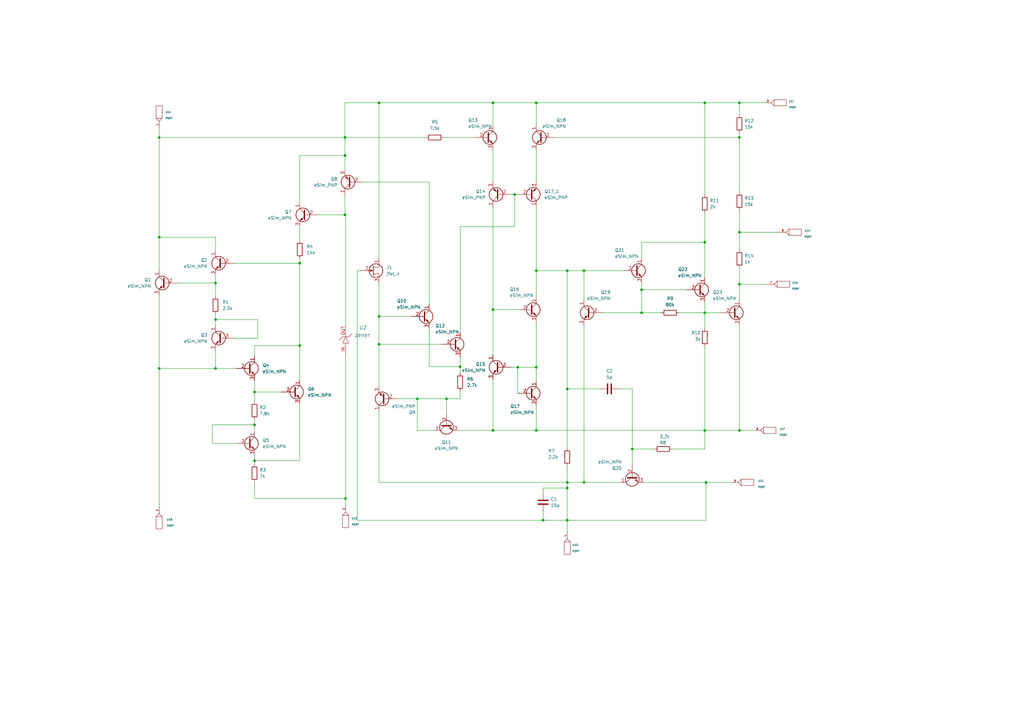
<source format=kicad_sch>
(kicad_sch (version 20211123) (generator eeschema)
  (paper "A3")
  (lib_symbols
    (symbol "eSim_Analog:zener" (pin_names (offset 1.016))
      (property "Reference" "U" (at -1.27 -2.54 0))
      (property "Value" "zener" (at 0 2.54 0))
      (symbol "zener_0_1"
        (polyline (pts (xy 2.54 -1.27) (xy 1.27 -2.54)))
        (polyline (pts (xy 2.54 1.27) (xy 2.54 -1.27)))
        (polyline (pts (xy 2.54 1.27) (xy 3.81 2.54)))
        (polyline (pts (xy 0 1.27) (xy 0 -1.27) (xy 2.54 0) (xy 0 1.27)))
      )
      (symbol "zener_1_1"
        (pin input line (at -5.08 0 0) (length 5.08) (name "~") (number "IN"))
        (pin output line (at 7.62 0 180) (length 5.08) (name "~") (number "OUT"))
      )
    )
    (symbol "eSim_Devices:capacitor" (pin_numbers hide) (pin_names (offset 0.254))
      (property "Reference" "C" (at 0.635 2.54 0))
      (property "Value" "capacitor" (at 0.635 -2.54 0))
      (symbol "capacitor_0_1"
        (polyline (pts (xy -2.032 -0.762) (xy 2.032 -0.762)) (stroke (width 0.508)))
        (polyline (pts (xy -2.032 0.762) (xy 2.032 0.762)) (stroke (width 0.508)))
      )
      (symbol "capacitor_1_1"
        (pin passive line (at 0 3.81 270) (length 2.794) (name "~") (number "1"))
        (pin passive line (at 0 -3.81 90) (length 2.794) (name "~") (number "2"))
      )
    )
    (symbol "eSim_Devices:eSim_NPN" (pin_names (offset 0) hide)
      (property "Reference" "Q" (at -2.54 1.27 0))
      (property "Value" "eSim_NPN" (at -1.27 3.81 0))
      (symbol "eSim_NPN_0_1"
        (polyline (pts (xy 0.635 0.635) (xy 2.54 2.54)))
        (polyline (pts (xy 0.635 -0.635) (xy 2.54 -2.54) (xy 2.54 -2.54)))
        (polyline (pts (xy 0.635 1.905) (xy 0.635 -1.905) (xy 0.635 -1.905)) (stroke (width 0.508)))
        (polyline (pts (xy 1.27 -1.778) (xy 1.778 -1.27) (xy 2.286 -2.286) (xy 1.27 -1.778) (xy 1.27 -1.778)) (fill (type outline)))
        (circle (center 1.27 0) (radius 2.8194) (stroke (width 0.254)))
      )
      (symbol "eSim_NPN_1_1"
        (pin passive line (at 2.54 5.08 270) (length 2.54) (name "C") (number "1"))
        (pin passive line (at -5.08 0 0) (length 5.715) (name "B") (number "2"))
        (pin passive line (at 2.54 -5.08 90) (length 2.54) (name "E") (number "3"))
      )
    )
    (symbol "eSim_Devices:eSim_PNP" (pin_names (offset 0) hide)
      (property "Reference" "Q" (at -2.54 1.27 0))
      (property "Value" "eSim_PNP" (at -1.27 3.81 0))
      (symbol "eSim_PNP_0_1"
        (polyline (pts (xy 0.635 0.635) (xy 2.54 2.54)))
        (polyline (pts (xy 0.635 -0.635) (xy 2.54 -2.54) (xy 2.54 -2.54)))
        (polyline (pts (xy 0.635 1.905) (xy 0.635 -1.905) (xy 0.635 -1.905)) (stroke (width 0.508)))
        (polyline (pts (xy 2.286 -1.778) (xy 1.778 -2.286) (xy 1.27 -1.27) (xy 2.286 -1.778) (xy 2.286 -1.778)) (fill (type outline)))
        (circle (center 1.27 0) (radius 2.8194) (stroke (width 0.254)))
      )
      (symbol "eSim_PNP_1_1"
        (pin passive line (at 2.54 5.08 270) (length 2.54) (name "C") (number "1"))
        (pin passive line (at -5.08 0 0) (length 5.715) (name "B") (number "2"))
        (pin passive line (at 2.54 -5.08 90) (length 2.54) (name "E") (number "3"))
      )
    )
    (symbol "eSim_Devices:jfet_n" (pin_names (offset 0) hide)
      (property "Reference" "J" (at -2.54 1.27 0))
      (property "Value" "jfet_n" (at -1.27 3.81 0))
      (symbol "jfet_n_0_1"
        (polyline (pts (xy 0.254 1.905) (xy 0.254 -1.905) (xy 0.254 -1.905)) (stroke (width 0.254)))
        (polyline (pts (xy 2.54 -2.54) (xy 2.54 -1.27) (xy 0.254 -1.27)))
        (polyline (pts (xy 2.54 2.54) (xy 2.54 1.397) (xy 0.254 1.397)))
        (polyline (pts (xy 0 0) (xy -1.016 0.381) (xy -1.016 -0.381) (xy 0 0)) (fill (type outline)))
        (circle (center 1.27 0) (radius 2.8194) (stroke (width 0.254)))
      )
      (symbol "jfet_n_1_1"
        (pin passive line (at 2.54 5.08 270) (length 2.54) (name "D") (number "1"))
        (pin passive line (at -5.08 0 0) (length 5.334) (name "G") (number "2"))
        (pin passive line (at 2.54 -5.08 90) (length 2.54) (name "S") (number "3"))
      )
    )
    (symbol "eSim_Devices:resistor" (pin_numbers hide) (pin_names (offset 0))
      (property "Reference" "R" (at 1.27 3.302 0))
      (property "Value" "resistor" (at 1.27 -1.27 0))
      (symbol "resistor_0_1"
        (rectangle (start 3.81 0.254) (end -1.27 2.286) (stroke (width 0.254)))
      )
      (symbol "resistor_1_1"
        (pin passive line (at -2.54 1.27 0) (length 1.27) (name "~") (number "1"))
        (pin passive line (at 5.08 1.27 180) (length 1.27) (name "~") (number "2"))
      )
    )
    (symbol "eSim_Miscellaneous:PORT" (pin_names (offset 1.016))
      (property "Reference" "U" (at 1.27 2.54 0))
      (property "Value" "PORT" (at 0 0 0))
      (symbol "PORT_0_1"
        (rectangle (start -2.54 1.27) (end 2.54 -1.27))
        (arc (start 2.54 1.27) (mid 3.1355 0.5955) (end 3.81 0))
        (arc (start 3.81 0) (mid 3.1447 -0.6046) (end 2.54 -1.27))
      )
      (symbol "PORT_1_1"
        (pin bidirectional line (at 6.35 0 180) (length 2.54) (name "~") (number "1"))
      )
      (symbol "PORT_2_1"
        (pin bidirectional line (at 6.35 0 180) (length 2.54) (name "~") (number "2"))
      )
      (symbol "PORT_3_1"
        (pin bidirectional line (at 6.35 0 180) (length 2.54) (name "~") (number "3"))
      )
      (symbol "PORT_4_1"
        (pin bidirectional line (at 6.35 0 180) (length 2.54) (name "~") (number "4"))
      )
      (symbol "PORT_5_1"
        (pin bidirectional line (at 6.35 0 180) (length 2.54) (name "~") (number "5"))
      )
      (symbol "PORT_6_1"
        (pin bidirectional line (at 6.35 0 180) (length 2.54) (name "~") (number "6"))
      )
      (symbol "PORT_7_1"
        (pin bidirectional line (at 6.35 0 180) (length 2.54) (name "~") (number "7"))
      )
      (symbol "PORT_8_1"
        (pin bidirectional line (at 6.35 0 180) (length 2.54) (name "~") (number "8"))
      )
      (symbol "PORT_9_1"
        (pin bidirectional line (at 6.35 0 180) (length 2.54) (name "~") (number "9"))
      )
      (symbol "PORT_10_1"
        (pin bidirectional line (at 6.35 0 180) (length 2.54) (name "~") (number "10"))
      )
      (symbol "PORT_11_1"
        (pin bidirectional line (at 6.35 0 180) (length 2.54) (name "~") (number "11"))
      )
      (symbol "PORT_12_1"
        (pin bidirectional line (at 6.35 0 180) (length 2.54) (name "~") (number "12"))
      )
      (symbol "PORT_13_1"
        (pin bidirectional line (at 6.35 0 180) (length 2.54) (name "~") (number "13"))
      )
      (symbol "PORT_14_1"
        (pin bidirectional line (at 6.35 0 180) (length 2.54) (name "~") (number "14"))
      )
      (symbol "PORT_15_1"
        (pin bidirectional line (at 6.35 0 180) (length 2.54) (name "~") (number "15"))
      )
      (symbol "PORT_16_1"
        (pin bidirectional line (at 6.35 0 180) (length 2.54) (name "~") (number "16"))
      )
      (symbol "PORT_17_1"
        (pin bidirectional line (at 6.35 0 180) (length 2.54) (name "~") (number "17"))
      )
      (symbol "PORT_18_1"
        (pin bidirectional line (at 6.35 0 180) (length 2.54) (name "~") (number "18"))
      )
      (symbol "PORT_19_1"
        (pin bidirectional line (at 6.35 0 180) (length 2.54) (name "~") (number "19"))
      )
      (symbol "PORT_20_1"
        (pin bidirectional line (at 6.35 0 180) (length 2.54) (name "~") (number "20"))
      )
      (symbol "PORT_21_1"
        (pin bidirectional line (at 6.35 0 180) (length 2.54) (name "~") (number "21"))
      )
      (symbol "PORT_22_1"
        (pin bidirectional line (at 6.35 0 180) (length 2.54) (name "~") (number "22"))
      )
      (symbol "PORT_23_1"
        (pin bidirectional line (at 6.35 0 180) (length 2.54) (name "~") (number "23"))
      )
      (symbol "PORT_24_1"
        (pin bidirectional line (at 6.35 0 180) (length 2.54) (name "~") (number "24"))
      )
      (symbol "PORT_25_1"
        (pin bidirectional line (at 6.35 0 180) (length 2.54) (name "~") (number "25"))
      )
      (symbol "PORT_26_1"
        (pin bidirectional line (at 6.35 0 180) (length 2.54) (name "~") (number "26"))
      )
    )
  )
  (junction (at 88.392 131.064))
  (junction (at 232.664 197.866))
  (junction (at 202.184 127))
  (junction (at 122.936 141.732))
  (junction (at 289.052 128.27))
  (junction (at 303.276 116.586))
  (junction (at 202.184 176.53))
  (junction (at 259.334 184.15))
  (junction (at 188.722 150.368))
  (junction (at 141.478 63.754))
  (junction (at 141.732 204.47))
  (junction (at 289.56 197.866))
  (junction (at 65.278 56.388))
  (junction (at 303.276 95.25))
  (junction (at 219.964 110.998))
  (junction (at 289.052 99.314))
  (junction (at 122.936 107.95))
  (junction (at 289.052 42.164))
  (junction (at 263.144 118.872))
  (junction (at 219.964 176.53))
  (junction (at 219.964 150.622))
  (junction (at 303.276 56.388))
  (junction (at 212.344 150.622))
  (junction (at 303.276 42.164))
  (junction (at 141.478 88.138))
  (junction (at 104.394 174.244))
  (junction (at 171.196 163.576))
  (junction (at 219.964 42.164))
  (junction (at 65.278 151.13))
  (junction (at 65.278 97.282))
  (junction (at 104.394 188.976))
  (junction (at 155.448 129.794))
  (junction (at 232.664 110.998))
  (junction (at 183.134 163.576))
  (junction (at 222.758 213.36))
  (junction (at 303.276 176.53))
  (junction (at 88.392 151.13))
  (junction (at 155.448 141.224))
  (junction (at 239.522 197.866))
  (junction (at 232.664 213.36))
  (junction (at 211.074 79.756))
  (junction (at 104.394 160.782))
  (junction (at 202.184 42.164))
  (junction (at 289.052 176.53))
  (junction (at 141.478 56.388))
  (junction (at 232.664 200.152))
  (junction (at 239.522 110.998))
  (junction (at 232.664 159.512))
  (junction (at 263.144 128.27))
  (junction (at 155.448 42.164))
  (junction (at 88.392 116.078))
  (wire (pts (xy 232.664 159.512) (xy 246.126 159.512)))
  (wire (pts (xy 104.394 204.47) (xy 141.732 204.47)))
  (wire (pts (xy 188.214 176.53) (xy 202.184 176.53)))
  (wire (pts (xy 87.122 174.244) (xy 104.394 174.244)))
  (wire (pts (xy 227.584 56.388) (xy 303.276 56.388)))
  (wire (pts (xy 212.344 150.622) (xy 219.964 150.622)))
  (wire (pts (xy 303.276 56.388) (xy 303.276 78.74)))
  (wire (pts (xy 141.478 56.388) (xy 141.478 42.164)))
  (wire (pts (xy 232.664 197.866) (xy 232.664 200.152)))
  (wire (pts (xy 313.69 42.164) (xy 303.276 42.164)))
  (wire (pts (xy 146.558 110.998) (xy 146.558 213.36)))
  (wire (pts (xy 88.392 143.764) (xy 88.392 151.13)))
  (wire (pts (xy 171.196 163.576) (xy 183.134 163.576)))
  (wire (pts (xy 212.344 161.29) (xy 212.344 150.622)))
  (wire (pts (xy 264.414 197.866) (xy 289.56 197.866)))
  (wire (pts (xy 263.144 128.27) (xy 247.142 128.27)))
  (wire (pts (xy 211.074 92.964) (xy 188.722 92.964)))
  (wire (pts (xy 141.478 79.756) (xy 141.478 88.138)))
  (wire (pts (xy 232.664 197.866) (xy 239.522 197.866)))
  (wire (pts (xy 239.522 197.866) (xy 254.254 197.866)))
  (wire (pts (xy 141.732 145.796) (xy 141.732 204.47)))
  (wire (pts (xy 289.052 123.952) (xy 289.052 128.27)))
  (wire (pts (xy 209.804 150.622) (xy 212.344 150.622)))
  (wire (pts (xy 65.278 151.13) (xy 65.278 208.026)))
  (wire (pts (xy 263.144 118.872) (xy 281.432 118.872)))
  (wire (pts (xy 222.758 202.184) (xy 222.758 200.152)))
  (wire (pts (xy 303.276 86.36) (xy 303.276 95.25)))
  (wire (pts (xy 289.052 142.24) (xy 289.052 176.53)))
  (wire (pts (xy 303.276 42.164) (xy 303.276 46.99)))
  (wire (pts (xy 176.022 134.874) (xy 176.022 150.368)))
  (wire (pts (xy 155.448 42.164) (xy 155.448 105.918)))
  (wire (pts (xy 104.394 141.732) (xy 122.936 141.732)))
  (wire (pts (xy 130.556 88.138) (xy 141.478 88.138)))
  (wire (pts (xy 176.022 124.714) (xy 176.022 74.676)))
  (wire (pts (xy 289.052 128.27) (xy 278.638 128.27)))
  (wire (pts (xy 65.278 97.282) (xy 65.278 110.998)))
  (wire (pts (xy 263.144 116.078) (xy 263.144 118.872)))
  (wire (pts (xy 232.664 213.36) (xy 232.664 218.44)))
  (wire (pts (xy 65.278 121.158) (xy 65.278 151.13)))
  (wire (pts (xy 202.184 127) (xy 202.184 145.542)))
  (wire (pts (xy 219.964 84.836) (xy 219.964 110.998)))
  (wire (pts (xy 141.732 207.518) (xy 141.732 204.47)))
  (wire (pts (xy 122.936 63.754) (xy 141.478 63.754)))
  (wire (pts (xy 303.276 109.982) (xy 303.276 116.586)))
  (wire (pts (xy 104.394 172.212) (xy 104.394 174.244)))
  (wire (pts (xy 104.394 146.05) (xy 104.394 141.732)))
  (wire (pts (xy 104.394 160.782) (xy 104.394 164.592)))
  (wire (pts (xy 239.522 110.998) (xy 239.522 123.19)))
  (wire (pts (xy 289.052 176.53) (xy 289.052 184.15)))
  (wire (pts (xy 168.402 129.794) (xy 155.448 129.794)))
  (wire (pts (xy 122.936 165.862) (xy 122.936 188.976)))
  (wire (pts (xy 141.478 42.164) (xy 155.448 42.164)))
  (wire (pts (xy 289.052 176.53) (xy 303.276 176.53)))
  (wire (pts (xy 178.054 176.53) (xy 171.196 176.53)))
  (wire (pts (xy 183.134 168.91) (xy 183.134 163.576)))
  (wire (pts (xy 232.664 159.512) (xy 232.664 183.642)))
  (wire (pts (xy 219.964 110.998) (xy 219.964 121.92)))
  (wire (pts (xy 88.392 129.032) (xy 88.392 131.064)))
  (wire (pts (xy 303.276 95.25) (xy 319.786 95.25)))
  (wire (pts (xy 259.334 184.15) (xy 259.334 190.246)))
  (wire (pts (xy 141.478 63.754) (xy 141.478 56.388)))
  (wire (pts (xy 105.664 138.684) (xy 105.664 131.064)))
  (wire (pts (xy 202.184 42.164) (xy 219.964 42.164)))
  (wire (pts (xy 188.722 160.528) (xy 188.722 163.576)))
  (wire (pts (xy 219.964 74.676) (xy 219.964 61.468)))
  (wire (pts (xy 104.394 186.944) (xy 104.394 188.976)))
  (wire (pts (xy 141.478 56.388) (xy 174.498 56.388)))
  (wire (pts (xy 232.664 110.998) (xy 219.964 110.998)))
  (wire (pts (xy 303.276 176.53) (xy 309.372 176.53)))
  (wire (pts (xy 147.828 110.998) (xy 146.558 110.998)))
  (wire (pts (xy 155.448 129.794) (xy 155.448 141.224)))
  (wire (pts (xy 188.722 150.368) (xy 188.722 152.908)))
  (wire (pts (xy 263.144 105.918) (xy 263.144 99.314)))
  (wire (pts (xy 303.276 116.586) (xy 303.276 123.19)))
  (wire (pts (xy 219.964 132.08) (xy 219.964 150.622)))
  (wire (pts (xy 211.074 79.756) (xy 211.074 92.964)))
  (wire (pts (xy 232.664 191.262) (xy 232.664 197.866)))
  (wire (pts (xy 232.664 110.998) (xy 239.522 110.998)))
  (wire (pts (xy 202.184 176.53) (xy 219.964 176.53)))
  (wire (pts (xy 219.964 150.622) (xy 219.964 156.21)))
  (wire (pts (xy 149.098 74.676) (xy 176.022 74.676)))
  (wire (pts (xy 88.392 102.87) (xy 88.392 97.282)))
  (wire (pts (xy 65.278 52.324) (xy 65.278 56.388)))
  (wire (pts (xy 88.392 116.078) (xy 88.392 121.412)))
  (wire (pts (xy 232.664 200.152) (xy 232.664 213.36)))
  (wire (pts (xy 211.074 79.756) (xy 212.344 79.756)))
  (wire (pts (xy 155.448 141.224) (xy 181.102 141.224)))
  (wire (pts (xy 96.774 181.864) (xy 87.122 181.864)))
  (wire (pts (xy 141.732 88.138) (xy 141.478 88.138)))
  (wire (pts (xy 88.392 97.282) (xy 65.278 97.282)))
  (wire (pts (xy 303.276 54.61) (xy 303.276 56.388)))
  (wire (pts (xy 219.964 166.37) (xy 219.964 176.53)))
  (wire (pts (xy 188.722 92.964) (xy 188.722 136.144)))
  (wire (pts (xy 263.144 128.27) (xy 271.018 128.27)))
  (wire (pts (xy 275.844 184.15) (xy 289.052 184.15)))
  (wire (pts (xy 122.936 188.976) (xy 104.394 188.976)))
  (wire (pts (xy 303.276 133.35) (xy 303.276 176.53)))
  (wire (pts (xy 232.664 213.36) (xy 289.56 213.36)))
  (wire (pts (xy 263.144 118.872) (xy 263.144 128.27)))
  (wire (pts (xy 232.664 110.998) (xy 232.664 159.512)))
  (wire (pts (xy 171.196 176.53) (xy 171.196 163.576)))
  (wire (pts (xy 155.448 116.078) (xy 155.448 129.794)))
  (wire (pts (xy 104.394 156.21) (xy 104.394 160.782)))
  (wire (pts (xy 96.012 107.95) (xy 122.936 107.95)))
  (wire (pts (xy 155.448 168.656) (xy 155.448 197.866)))
  (wire (pts (xy 289.052 42.164) (xy 289.052 79.756)))
  (wire (pts (xy 289.052 87.376) (xy 289.052 99.314)))
  (wire (pts (xy 202.184 127) (xy 212.344 127)))
  (wire (pts (xy 88.392 131.064) (xy 88.392 133.604)))
  (wire (pts (xy 65.278 56.388) (xy 65.278 97.282)))
  (wire (pts (xy 219.964 51.308) (xy 219.964 42.164)))
  (wire (pts (xy 289.052 99.314) (xy 289.052 113.792)))
  (wire (pts (xy 239.522 110.998) (xy 255.524 110.998)))
  (wire (pts (xy 122.936 93.218) (xy 122.936 98.552)))
  (wire (pts (xy 104.394 174.244) (xy 104.394 176.784)))
  (wire (pts (xy 219.964 42.164) (xy 289.052 42.164)))
  (wire (pts (xy 141.732 133.096) (xy 141.732 88.138)))
  (wire (pts (xy 155.448 141.224) (xy 155.448 158.496)))
  (wire (pts (xy 155.448 42.164) (xy 202.184 42.164)))
  (wire (pts (xy 163.068 163.576) (xy 171.196 163.576)))
  (wire (pts (xy 263.144 99.314) (xy 289.052 99.314)))
  (wire (pts (xy 222.758 209.804) (xy 222.758 213.36)))
  (wire (pts (xy 289.56 197.866) (xy 300.228 197.866)))
  (wire (pts (xy 239.522 133.35) (xy 239.522 197.866)))
  (wire (pts (xy 141.478 63.754) (xy 141.478 69.596)))
  (wire (pts (xy 122.936 107.95) (xy 122.936 141.732)))
  (wire (pts (xy 259.334 159.512) (xy 259.334 184.15)))
  (wire (pts (xy 141.478 56.388) (xy 65.278 56.388)))
  (wire (pts (xy 289.052 134.62) (xy 289.052 128.27)))
  (wire (pts (xy 202.184 51.308) (xy 202.184 42.164)))
  (wire (pts (xy 105.664 131.064) (xy 88.392 131.064)))
  (wire (pts (xy 104.394 197.866) (xy 104.394 204.47)))
  (wire (pts (xy 96.012 138.684) (xy 105.664 138.684)))
  (wire (pts (xy 188.722 146.304) (xy 188.722 150.368)))
  (wire (pts (xy 104.394 188.976) (xy 104.394 190.246)))
  (wire (pts (xy 104.394 160.782) (xy 115.316 160.782)))
  (wire (pts (xy 146.558 213.36) (xy 222.758 213.36)))
  (wire (pts (xy 72.898 116.078) (xy 88.392 116.078)))
  (wire (pts (xy 182.118 56.388) (xy 194.564 56.388)))
  (wire (pts (xy 176.022 150.368) (xy 188.722 150.368)))
  (wire (pts (xy 183.134 163.576) (xy 188.722 163.576)))
  (wire (pts (xy 122.936 83.058) (xy 122.936 63.754)))
  (wire (pts (xy 87.122 181.864) (xy 87.122 174.244)))
  (wire (pts (xy 209.804 79.756) (xy 211.074 79.756)))
  (wire (pts (xy 202.184 84.836) (xy 202.184 127)))
  (wire (pts (xy 219.964 176.53) (xy 289.052 176.53)))
  (wire (pts (xy 303.276 116.586) (xy 314.96 116.586)))
  (wire (pts (xy 259.334 184.15) (xy 268.224 184.15)))
  (wire (pts (xy 122.936 106.172) (xy 122.936 107.95)))
  (wire (pts (xy 289.56 213.36) (xy 289.56 197.866)))
  (wire (pts (xy 232.664 197.866) (xy 155.448 197.866)))
  (wire (pts (xy 289.052 42.164) (xy 303.276 42.164)))
  (wire (pts (xy 303.276 95.25) (xy 303.276 102.362)))
  (wire (pts (xy 88.392 113.03) (xy 88.392 116.078)))
  (wire (pts (xy 222.758 200.152) (xy 232.664 200.152)))
  (wire (pts (xy 289.052 128.27) (xy 295.656 128.27)))
  (wire (pts (xy 222.758 213.36) (xy 232.664 213.36)))
  (wire (pts (xy 202.184 61.468) (xy 202.184 74.676)))
  (wire (pts (xy 202.184 155.702) (xy 202.184 176.53)))
  (wire (pts (xy 88.392 151.13) (xy 65.278 151.13)))
  (wire (pts (xy 122.936 141.732) (xy 122.936 155.702)))
  (wire (pts (xy 88.392 151.13) (xy 96.774 151.13)))
  (wire (pts (xy 253.746 159.512) (xy 259.334 159.512)))
  (symbol (lib_id "eSim_Miscellaneous:PORT") (at 321.31 116.586 180) (unit 7)
    (property "Reference" "U1" (at 324.866 115.951 0) (effects (font (size 0.762 0.762)) (justify right)))
    (property "Value" "PORT" (at 324.866 118.491 0) (effects (font (size 0.762 0.762)) (justify right)))
  )
  (symbol (lib_id "eSim_Devices:jfet_n") (at 152.908 110.998 0) (unit 1)
    (property "Reference" "J1" (at 158.496 109.7279 0) (effects (justify left)))
    (property "Value" "jfet_n" (at 158.496 112.2679 0) (effects (justify left)))
  )
  (symbol (lib_id "eSim_Devices:eSim_NPN") (at 199.644 56.388 0) (unit 1)
    (property "Reference" "Q13" (at 192.024 49.276 0) (effects (justify left)))
    (property "Value" "eSim_NPN" (at 192.024 51.816 0) (effects (justify left)))
  )
  (symbol (lib_id "eSim_Devices:eSim_NPN") (at 67.818 116.078 0) (mirror y) (unit 1)
    (property "Reference" "Q1" (at 61.976 114.8079 0) (effects (justify left)))
    (property "Value" "eSim_NPN" (at 61.976 117.3479 0) (effects (justify left)))
  )
  (symbol (lib_id "eSim_Devices:eSim_NPN") (at 222.504 56.388 0) (mirror y) (unit 1)
    (property "Reference" "Q18" (at 232.156 49.276 0) (effects (justify left)))
    (property "Value" "eSim_NPN" (at 232.156 51.816 0) (effects (justify left)))
  )
  (symbol (lib_id "eSim_Devices:resistor") (at 189.992 157.988 90) (unit 1)
    (property "Reference" "R6" (at 191.516 155.4479 90) (effects (justify right)))
    (property "Value" "2.7k" (at 191.516 157.9879 90) (effects (justify right)))
  )
  (symbol (lib_id "eSim_Devices:eSim_NPN") (at 260.604 110.998 0) (unit 1)
    (property "Reference" "Q21" (at 252.222 102.616 0) (effects (justify left)))
    (property "Value" "eSim_NPN" (at 252.222 105.156 0) (effects (justify left)))
  )
  (symbol (lib_id "eSim_Devices:eSim_NPN") (at 186.182 141.224 0) (unit 1)
    (property "Reference" "Q12" (at 178.562 133.604 0) (effects (justify left)))
    (property "Value" "eSim_NPN" (at 178.562 136.144 0) (effects (justify left)))
  )
  (symbol (lib_id "eSim_Devices:eSim_NPN") (at 204.724 150.622 0) (mirror y) (unit 1)
    (property "Reference" "Q15" (at 199.136 149.3519 0) (effects (justify left)))
    (property "Value" "eSim_NPN" (at 199.136 151.8919 0) (effects (justify left)))
  )
  (symbol (lib_id "eSim_Devices:eSim_NPN") (at 120.396 160.782 0) (unit 1)
    (property "Reference" "Q6" (at 126.238 159.5119 0) (effects (justify left)))
    (property "Value" "eSim_NPN" (at 126.238 162.0519 0) (effects (justify left)))
  )
  (symbol (lib_id "eSim_Miscellaneous:PORT") (at 232.664 224.79 90) (unit 4)
    (property "Reference" "U1" (at 234.696 223.52 90) (effects (font (size 0.762 0.762)) (justify right)))
    (property "Value" "PORT" (at 234.696 226.06 90) (effects (font (size 0.762 0.762)) (justify right)))
  )
  (symbol (lib_id "eSim_Devices:resistor") (at 273.304 182.88 180) (unit 1)
    (property "Reference" "R8" (at 270.51 181.61 0) (effects (justify right)))
    (property "Value" "2.2k" (at 270.51 179.07 0) (effects (justify right)))
  )
  (symbol (lib_id "eSim_Devices:resistor") (at 287.782 137.16 270) (unit 1)
    (property "Reference" "R10" (at 287.401 136.525 90) (effects (justify right)))
    (property "Value" "3k" (at 287.401 139.065 90) (effects (justify right)))
  )
  (symbol (lib_id "eSim_Devices:eSim_PNP") (at 157.988 163.576 180) (unit 1)
    (property "Reference" "Q9" (at 170.434 169.164 0) (effects (justify left)))
    (property "Value" "eSim_PNP" (at 170.434 166.624 0) (effects (justify left)))
  )
  (symbol (lib_id "eSim_Devices:eSim_NPN") (at 125.476 88.138 0) (mirror y) (unit 1)
    (property "Reference" "Q7" (at 119.634 86.8679 0) (effects (justify left)))
    (property "Value" "eSim_NPN" (at 119.634 89.4079 0) (effects (justify left)))
  )
  (symbol (lib_id "eSim_Devices:capacitor") (at 249.936 159.512 90) (unit 1)
    (property "Reference" "C2" (at 249.936 152.146 90))
    (property "Value" "5p" (at 249.936 154.686 90))
  )
  (symbol (lib_id "eSim_Miscellaneous:PORT") (at 65.278 45.974 270) (unit 1)
    (property "Reference" "U1" (at 67.818 45.974 90) (effects (font (size 0.762 0.762)) (justify left)))
    (property "Value" "PORT" (at 67.818 48.514 90) (effects (font (size 0.762 0.762)) (justify left)))
  )
  (symbol (lib_id "eSim_Devices:resistor") (at 89.662 126.492 90) (unit 1)
    (property "Reference" "R1" (at 91.186 123.9519 90) (effects (justify right)))
    (property "Value" "2.3k" (at 91.186 126.4919 90) (effects (justify right)))
  )
  (symbol (lib_id "eSim_Devices:resistor") (at 233.934 188.722 90) (unit 1)
    (property "Reference" "R7" (at 224.79 184.912 90) (effects (justify right)))
    (property "Value" "2.2k" (at 224.79 187.452 90) (effects (justify right)))
  )
  (symbol (lib_id "eSim_Devices:resistor") (at 304.546 107.442 90) (unit 1)
    (property "Reference" "R14" (at 305.308 104.9019 90) (effects (justify right)))
    (property "Value" "1k" (at 305.308 107.4419 90) (effects (justify right)))
  )
  (symbol (lib_id "eSim_Devices:eSim_NPN") (at 259.334 195.326 90) (mirror x) (unit 1)
    (property "Reference" "Q20" (at 255.016 192.024 90) (effects (justify left)))
    (property "Value" "eSim_NPN" (at 255.016 189.484 90) (effects (justify left)))
  )
  (symbol (lib_id "eSim_Devices:resistor") (at 177.038 57.658 0) (unit 1)
    (property "Reference" "R5" (at 178.308 50.038 0))
    (property "Value" "7.5k" (at 178.308 52.578 0))
  )
  (symbol (lib_id "eSim_Devices:resistor") (at 290.322 84.836 90) (unit 1)
    (property "Reference" "R11" (at 291.084 82.2959 90) (effects (justify right)))
    (property "Value" "2k" (at 291.084 84.8359 90) (effects (justify right)))
  )
  (symbol (lib_id "eSim_Devices:resistor") (at 273.558 129.54 0) (unit 1)
    (property "Reference" "R9" (at 274.828 122.428 0))
    (property "Value" "80k" (at 274.828 124.968 0))
  )
  (symbol (lib_id "eSim_Devices:eSim_PNP") (at 217.424 79.756 0) (mirror x) (unit 1)
    (property "Reference" "Q17_1" (at 223.266 78.4859 0) (effects (justify left)))
    (property "Value" "eSim_PNP" (at 223.266 81.0259 0) (effects (justify left)))
  )
  (symbol (lib_id "eSim_Miscellaneous:PORT") (at 326.136 95.25 180) (unit 8)
    (property "Reference" "U1" (at 329.946 94.615 0) (effects (font (size 0.762 0.762)) (justify right)))
    (property "Value" "PORT" (at 329.946 97.155 0) (effects (font (size 0.762 0.762)) (justify right)))
  )
  (symbol (lib_id "eSim_Devices:eSim_PNP") (at 144.018 74.676 180) (unit 1)
    (property "Reference" "Q8" (at 138.43 73.4059 0) (effects (justify left)))
    (property "Value" "eSim_PNP" (at 138.43 75.9459 0) (effects (justify left)))
  )
  (symbol (lib_id "eSim_Devices:resistor") (at 103.124 169.672 270) (mirror x) (unit 1)
    (property "Reference" "R2" (at 106.426 167.1319 90) (effects (justify left)))
    (property "Value" "7.8k" (at 106.426 169.6719 90) (effects (justify left)))
  )
  (symbol (lib_id "eSim_Devices:eSim_NPN") (at 217.424 127 0) (unit 1)
    (property "Reference" "Q16" (at 209.042 118.618 0) (effects (justify left)))
    (property "Value" "eSim_NPN" (at 209.042 121.158 0) (effects (justify left)))
  )
  (symbol (lib_id "eSim_Miscellaneous:PORT") (at 65.278 214.376 90) (unit 2)
    (property "Reference" "U1" (at 68.326 213.106 90) (effects (font (size 0.762 0.762)) (justify right)))
    (property "Value" "PORT" (at 68.326 215.646 90) (effects (font (size 0.762 0.762)) (justify right)))
  )
  (symbol (lib_id "eSim_Miscellaneous:PORT") (at 306.578 197.866 180) (unit 5)
    (property "Reference" "U1" (at 310.896 197.231 0) (effects (font (size 0.762 0.762)) (justify right)))
    (property "Value" "PORT" (at 310.896 199.771 0) (effects (font (size 0.762 0.762)) (justify right)))
  )
  (symbol (lib_id "eSim_Devices:resistor") (at 304.546 83.82 90) (unit 1)
    (property "Reference" "R13" (at 305.308 81.2799 90) (effects (justify right)))
    (property "Value" "15k" (at 305.308 83.8199 90) (effects (justify right)))
  )
  (symbol (lib_id "eSim_Devices:eSim_PNP") (at 204.724 79.756 180) (unit 1)
    (property "Reference" "Q14" (at 199.136 78.4859 0) (effects (justify left)))
    (property "Value" "eSim_PNP" (at 199.136 81.0259 0) (effects (justify left)))
  )
  (symbol (lib_id "eSim_Devices:capacitor") (at 222.758 205.994 0) (unit 1)
    (property "Reference" "C1" (at 225.806 204.7239 0) (effects (justify left)))
    (property "Value" "15p" (at 225.806 207.2639 0) (effects (justify left)))
  )
  (symbol (lib_id "eSim_Miscellaneous:PORT") (at 320.04 42.164 180) (unit 9)
    (property "Reference" "U1" (at 323.596 41.529 0) (effects (font (size 0.762 0.762)) (justify right)))
    (property "Value" "PORT" (at 323.596 44.069 0) (effects (font (size 0.762 0.762)) (justify right)))
  )
  (symbol (lib_id "eSim_Devices:eSim_NPN") (at 90.932 107.95 0) (mirror y) (unit 1)
    (property "Reference" "Q2" (at 85.09 106.6799 0) (effects (justify left)))
    (property "Value" "eSim_NPN" (at 85.09 109.2199 0) (effects (justify left)))
  )
  (symbol (lib_id "eSim_Devices:resistor") (at 103.124 195.326 270) (mirror x) (unit 1)
    (property "Reference" "R3" (at 106.426 192.7859 90) (effects (justify left)))
    (property "Value" "7k" (at 106.426 195.3259 90) (effects (justify left)))
  )
  (symbol (lib_id "eSim_Devices:resistor") (at 124.206 103.632 90) (unit 1)
    (property "Reference" "R4" (at 125.73 101.0919 90) (effects (justify right)))
    (property "Value" "14k" (at 125.73 103.6319 90) (effects (justify right)))
  )
  (symbol (lib_id "eSim_Devices:eSim_NPN") (at 173.482 129.794 0) (unit 1)
    (property "Reference" "Q10" (at 162.814 123.444 0) (effects (justify left)))
    (property "Value" "eSim_NPN" (at 162.814 125.984 0) (effects (justify left)))
  )
  (symbol (lib_id "eSim_Analog:zener") (at 141.732 140.716 270) (mirror x) (unit 1)
    (property "Reference" "U2" (at 150.622 134.366 90) (effects (font (size 1.524 1.524)) (justify right)))
    (property "Value" "zener" (at 151.892 137.414 90) (effects (font (size 1.524 1.524)) (justify right)))
  )
  (symbol (lib_id "eSim_Miscellaneous:PORT") (at 141.732 213.868 90) (unit 3)
    (property "Reference" "U1" (at 144.272 212.598 90) (effects (font (size 0.762 0.762)) (justify right)))
    (property "Value" "PORT" (at 144.272 215.138 90) (effects (font (size 0.762 0.762)) (justify right)))
  )
  (symbol (lib_id "eSim_Devices:eSim_NPN") (at 286.512 118.872 0) (unit 1)
    (property "Reference" "Q22" (at 278.13 110.49 0) (effects (justify left)))
    (property "Value" "eSim_NPN" (at 278.13 113.03 0) (effects (justify left)))
  )
  (symbol (lib_id "eSim_Devices:eSim_NPN") (at 90.932 138.684 0) (mirror y) (unit 1)
    (property "Reference" "Q3" (at 85.09 137.4139 0) (effects (justify left)))
    (property "Value" "eSim_NPN" (at 85.09 139.9539 0) (effects (justify left)))
  )
  (symbol (lib_id "eSim_Miscellaneous:PORT") (at 315.722 176.53 180) (unit 6)
    (property "Reference" "U1" (at 319.786 175.895 0) (effects (font (size 0.762 0.762)) (justify right)))
    (property "Value" "PORT" (at 319.786 178.435 0) (effects (font (size 0.762 0.762)) (justify right)))
  )
  (symbol (lib_id "eSim_Devices:eSim_NPN") (at 242.062 128.27 0) (mirror y) (unit 1)
    (property "Reference" "Q19" (at 250.444 119.888 0) (effects (justify left)))
    (property "Value" "eSim_NPN" (at 250.444 122.428 0) (effects (justify left)))
  )
  (symbol (lib_id "eSim_Devices:eSim_NPN") (at 183.134 173.99 90) (mirror x) (unit 1)
    (property "Reference" "Q11" (at 183.134 181.356 90))
    (property "Value" "eSim_NPN" (at 183.134 183.896 90))
  )
  (symbol (lib_id "eSim_Devices:eSim_NPN") (at 217.424 161.29 0) (unit 1)
    (property "Reference" "Q17" (at 209.296 166.624 0) (effects (justify left)))
    (property "Value" "eSim_NPN" (at 209.296 169.164 0) (effects (justify left)))
  )
  (symbol (lib_id "eSim_Devices:resistor") (at 304.546 52.07 90) (unit 1)
    (property "Reference" "R12" (at 305.308 49.5299 90) (effects (justify right)))
    (property "Value" "15k" (at 305.308 52.0699 90) (effects (justify right)))
  )
  (symbol (lib_id "eSim_Devices:eSim_NPN") (at 101.854 151.13 0) (unit 1)
    (property "Reference" "Q4" (at 107.696 149.8599 0) (effects (justify left)))
    (property "Value" "eSim_NPN" (at 107.696 152.3999 0) (effects (justify left)))
  )
  (symbol (lib_id "eSim_Devices:eSim_NPN") (at 101.854 181.864 0) (unit 1)
    (property "Reference" "Q5" (at 107.696 180.5939 0) (effects (justify left)))
    (property "Value" "eSim_NPN" (at 107.696 183.1339 0) (effects (justify left)))
  )
  (symbol (lib_id "eSim_Devices:eSim_NPN") (at 300.736 128.27 0) (unit 1)
    (property "Reference" "Q23" (at 292.354 119.888 0) (effects (justify left)))
    (property "Value" "eSim_NPN" (at 292.354 122.428 0) (effects (justify left)))
  )
)
</source>
